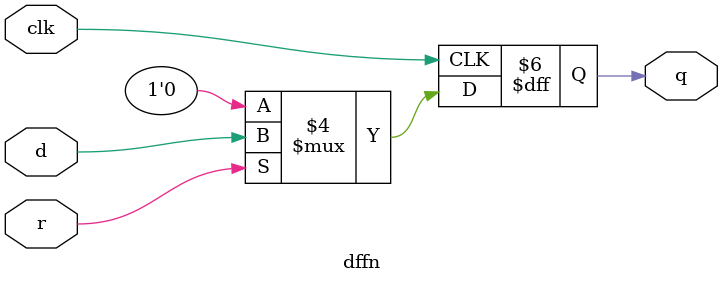
<source format=v>
`timescale 1ns/1ns
module dffn(q,clk,d,r);
input d, clk, r ; 
output q;

reg q;

//always @ ( posedge clk )
//if (~r) begin
  //q <= 1'b0;
//end  else begin
  //q <= d;
//end
always @ (negedge clk )
if (~r) begin
q <= 1'b0;
end else begin
q <= d;
end
endmodule 
</source>
